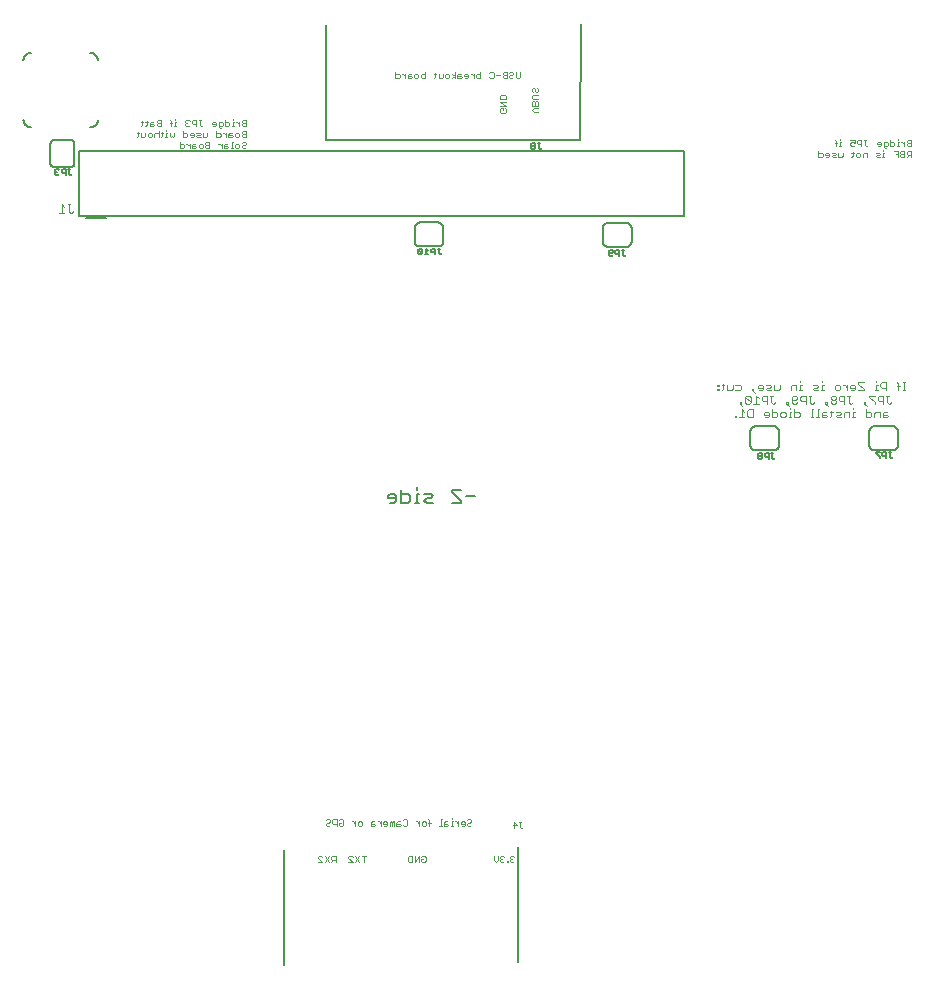
<source format=gbo>
G75*
%MOIN*%
%OFA0B0*%
%FSLAX25Y25*%
%IPPOS*%
%LPD*%
%AMOC8*
5,1,8,0,0,1.08239X$1,22.5*
%
%ADD10C,0.00600*%
%ADD11C,0.00300*%
%ADD12C,0.00800*%
%ADD13C,0.00500*%
%ADD14C,0.00400*%
D10*
X0173359Y0185638D02*
X0174827Y0185638D01*
X0175561Y0186372D01*
X0175561Y0187840D01*
X0174827Y0188573D01*
X0173359Y0188573D01*
X0172625Y0187840D01*
X0172625Y0187106D01*
X0175561Y0187106D01*
X0177229Y0188573D02*
X0179431Y0188573D01*
X0180165Y0187840D01*
X0180165Y0186372D01*
X0179431Y0185638D01*
X0177229Y0185638D01*
X0177229Y0190041D01*
X0182500Y0190041D02*
X0182500Y0190775D01*
X0182500Y0188573D02*
X0182500Y0185638D01*
X0183234Y0185638D02*
X0181766Y0185638D01*
X0182500Y0188573D02*
X0183234Y0188573D01*
X0184902Y0188573D02*
X0187104Y0188573D01*
X0187838Y0187840D01*
X0187104Y0187106D01*
X0185636Y0187106D01*
X0184902Y0186372D01*
X0185636Y0185638D01*
X0187838Y0185638D01*
X0194110Y0185638D02*
X0197046Y0185638D01*
X0197046Y0186372D01*
X0194110Y0189307D01*
X0194110Y0190041D01*
X0197046Y0190041D01*
X0198714Y0187840D02*
X0201650Y0187840D01*
X0068235Y0298728D02*
X0068235Y0305528D01*
X0068233Y0305588D01*
X0068228Y0305649D01*
X0068219Y0305708D01*
X0068206Y0305767D01*
X0068190Y0305826D01*
X0068170Y0305883D01*
X0068147Y0305938D01*
X0068120Y0305993D01*
X0068091Y0306045D01*
X0068058Y0306096D01*
X0068022Y0306145D01*
X0067984Y0306191D01*
X0067942Y0306235D01*
X0067898Y0306277D01*
X0067852Y0306315D01*
X0067803Y0306351D01*
X0067752Y0306384D01*
X0067700Y0306413D01*
X0067645Y0306440D01*
X0067590Y0306463D01*
X0067533Y0306483D01*
X0067474Y0306499D01*
X0067415Y0306512D01*
X0067356Y0306521D01*
X0067295Y0306526D01*
X0067235Y0306528D01*
X0061235Y0306528D01*
X0061175Y0306526D01*
X0061114Y0306521D01*
X0061055Y0306512D01*
X0060996Y0306499D01*
X0060937Y0306483D01*
X0060880Y0306463D01*
X0060825Y0306440D01*
X0060770Y0306413D01*
X0060718Y0306384D01*
X0060667Y0306351D01*
X0060618Y0306315D01*
X0060572Y0306277D01*
X0060528Y0306235D01*
X0060486Y0306191D01*
X0060448Y0306145D01*
X0060412Y0306096D01*
X0060379Y0306045D01*
X0060350Y0305993D01*
X0060323Y0305938D01*
X0060300Y0305883D01*
X0060280Y0305826D01*
X0060264Y0305767D01*
X0060251Y0305708D01*
X0060242Y0305649D01*
X0060237Y0305588D01*
X0060235Y0305528D01*
X0060235Y0298728D01*
X0060237Y0298668D01*
X0060242Y0298607D01*
X0060251Y0298548D01*
X0060264Y0298489D01*
X0060280Y0298430D01*
X0060300Y0298373D01*
X0060323Y0298318D01*
X0060350Y0298263D01*
X0060379Y0298211D01*
X0060412Y0298160D01*
X0060448Y0298111D01*
X0060486Y0298065D01*
X0060528Y0298021D01*
X0060572Y0297979D01*
X0060618Y0297941D01*
X0060667Y0297905D01*
X0060718Y0297872D01*
X0060770Y0297843D01*
X0060825Y0297816D01*
X0060880Y0297793D01*
X0060937Y0297773D01*
X0060996Y0297757D01*
X0061055Y0297744D01*
X0061114Y0297735D01*
X0061175Y0297730D01*
X0061235Y0297728D01*
X0067235Y0297728D01*
X0067295Y0297730D01*
X0067356Y0297735D01*
X0067415Y0297744D01*
X0067474Y0297757D01*
X0067533Y0297773D01*
X0067590Y0297793D01*
X0067645Y0297816D01*
X0067700Y0297843D01*
X0067752Y0297872D01*
X0067803Y0297905D01*
X0067852Y0297941D01*
X0067898Y0297979D01*
X0067942Y0298021D01*
X0067984Y0298065D01*
X0068022Y0298111D01*
X0068058Y0298160D01*
X0068091Y0298211D01*
X0068120Y0298263D01*
X0068147Y0298318D01*
X0068170Y0298373D01*
X0068190Y0298430D01*
X0068206Y0298489D01*
X0068219Y0298548D01*
X0068228Y0298607D01*
X0068233Y0298668D01*
X0068235Y0298728D01*
D11*
X0088958Y0307578D02*
X0089308Y0307928D01*
X0089308Y0309329D01*
X0089658Y0308979D02*
X0088958Y0308979D01*
X0090467Y0308979D02*
X0090467Y0307578D01*
X0091518Y0307578D01*
X0091868Y0307928D01*
X0091868Y0308979D01*
X0092677Y0308629D02*
X0093027Y0308979D01*
X0093728Y0308979D01*
X0094078Y0308629D01*
X0094078Y0307928D01*
X0093728Y0307578D01*
X0093027Y0307578D01*
X0092677Y0307928D01*
X0092677Y0308629D01*
X0094887Y0308629D02*
X0094887Y0307578D01*
X0094887Y0308629D02*
X0095237Y0308979D01*
X0095938Y0308979D01*
X0096288Y0308629D01*
X0097061Y0308979D02*
X0097761Y0308979D01*
X0097411Y0309329D02*
X0097411Y0307928D01*
X0097061Y0307578D01*
X0096288Y0307578D02*
X0096288Y0309679D01*
X0095974Y0311178D02*
X0097025Y0311178D01*
X0097025Y0313279D01*
X0095974Y0313279D01*
X0095623Y0312929D01*
X0095623Y0312579D01*
X0095974Y0312229D01*
X0097025Y0312229D01*
X0095974Y0312229D02*
X0095623Y0311878D01*
X0095623Y0311528D01*
X0095974Y0311178D01*
X0094815Y0311528D02*
X0094464Y0311878D01*
X0093414Y0311878D01*
X0093414Y0312229D02*
X0093414Y0311178D01*
X0094464Y0311178D01*
X0094815Y0311528D01*
X0094464Y0312579D02*
X0093764Y0312579D01*
X0093414Y0312229D01*
X0092605Y0312579D02*
X0091904Y0312579D01*
X0092255Y0312929D02*
X0092255Y0311528D01*
X0091904Y0311178D01*
X0090781Y0311528D02*
X0090431Y0311178D01*
X0090781Y0311528D02*
X0090781Y0312929D01*
X0090431Y0312579D02*
X0091132Y0312579D01*
X0098884Y0310030D02*
X0098884Y0309679D01*
X0098884Y0308979D02*
X0098884Y0307578D01*
X0099234Y0307578D02*
X0098534Y0307578D01*
X0098884Y0308979D02*
X0099234Y0308979D01*
X0100043Y0308979D02*
X0100043Y0307928D01*
X0100393Y0307578D01*
X0100744Y0307928D01*
X0101094Y0307578D01*
X0101444Y0307928D01*
X0101444Y0308979D01*
X0101480Y0311178D02*
X0102181Y0311178D01*
X0101831Y0311178D02*
X0101831Y0312579D01*
X0102181Y0312579D01*
X0101831Y0313279D02*
X0101831Y0313630D01*
X0100357Y0312929D02*
X0100357Y0311178D01*
X0100007Y0312229D02*
X0100708Y0312229D01*
X0100357Y0312929D02*
X0100007Y0313279D01*
X0104463Y0309679D02*
X0104463Y0307578D01*
X0105514Y0307578D01*
X0105864Y0307928D01*
X0105864Y0308629D01*
X0105514Y0308979D01*
X0104463Y0308979D01*
X0106673Y0308629D02*
X0106673Y0308278D01*
X0108074Y0308278D01*
X0108074Y0307928D02*
X0108074Y0308629D01*
X0107724Y0308979D01*
X0107023Y0308979D01*
X0106673Y0308629D01*
X0107023Y0307578D02*
X0107724Y0307578D01*
X0108074Y0307928D01*
X0108883Y0307928D02*
X0109233Y0307578D01*
X0110284Y0307578D01*
X0109934Y0308278D02*
X0110284Y0308629D01*
X0109934Y0308979D01*
X0108883Y0308979D01*
X0109233Y0308278D02*
X0109934Y0308278D01*
X0109233Y0308278D02*
X0108883Y0307928D01*
X0111093Y0307578D02*
X0111093Y0308979D01*
X0112494Y0308979D02*
X0112494Y0307928D01*
X0112143Y0307578D01*
X0111093Y0307578D01*
X0112180Y0306079D02*
X0111829Y0305729D01*
X0111829Y0305379D01*
X0112180Y0305029D01*
X0113230Y0305029D01*
X0113230Y0306079D02*
X0112180Y0306079D01*
X0113230Y0306079D02*
X0113230Y0303978D01*
X0112180Y0303978D01*
X0111829Y0304328D01*
X0111829Y0304678D01*
X0112180Y0305029D01*
X0111021Y0305029D02*
X0111021Y0304328D01*
X0110670Y0303978D01*
X0109970Y0303978D01*
X0109619Y0304328D01*
X0109619Y0305029D01*
X0109970Y0305379D01*
X0110670Y0305379D01*
X0111021Y0305029D01*
X0108811Y0304328D02*
X0108460Y0304678D01*
X0107409Y0304678D01*
X0107409Y0305029D02*
X0107409Y0303978D01*
X0108460Y0303978D01*
X0108811Y0304328D01*
X0108460Y0305379D02*
X0107760Y0305379D01*
X0107409Y0305029D01*
X0106601Y0305379D02*
X0106601Y0303978D01*
X0106601Y0304678D02*
X0105900Y0305379D01*
X0105550Y0305379D01*
X0104759Y0305029D02*
X0104409Y0305379D01*
X0103358Y0305379D01*
X0103358Y0306079D02*
X0103358Y0303978D01*
X0104409Y0303978D01*
X0104759Y0304328D01*
X0104759Y0305029D01*
X0105550Y0311178D02*
X0106250Y0311178D01*
X0106601Y0311528D01*
X0105900Y0312229D02*
X0105550Y0312229D01*
X0105200Y0311878D01*
X0105200Y0311528D01*
X0105550Y0311178D01*
X0105550Y0312229D02*
X0105200Y0312579D01*
X0105200Y0312929D01*
X0105550Y0313279D01*
X0106250Y0313279D01*
X0106601Y0312929D01*
X0107409Y0312929D02*
X0107409Y0312229D01*
X0107760Y0311878D01*
X0108811Y0311878D01*
X0108811Y0311178D02*
X0108811Y0313279D01*
X0107760Y0313279D01*
X0107409Y0312929D01*
X0109619Y0313279D02*
X0110320Y0313279D01*
X0109970Y0313279D02*
X0109970Y0311528D01*
X0110320Y0311178D01*
X0110670Y0311178D01*
X0111021Y0311528D01*
X0114039Y0311878D02*
X0115440Y0311878D01*
X0115440Y0311528D02*
X0115440Y0312229D01*
X0115090Y0312579D01*
X0114389Y0312579D01*
X0114039Y0312229D01*
X0114039Y0311878D01*
X0114389Y0311178D02*
X0115090Y0311178D01*
X0115440Y0311528D01*
X0116249Y0311178D02*
X0117300Y0311178D01*
X0117650Y0311528D01*
X0117650Y0312229D01*
X0117300Y0312579D01*
X0116249Y0312579D01*
X0116249Y0310827D01*
X0116599Y0310477D01*
X0116950Y0310477D01*
X0116563Y0308979D02*
X0115512Y0308979D01*
X0115512Y0309679D02*
X0115512Y0307578D01*
X0116563Y0307578D01*
X0116914Y0307928D01*
X0116914Y0308629D01*
X0116563Y0308979D01*
X0117704Y0308979D02*
X0118055Y0308979D01*
X0118755Y0308278D01*
X0118755Y0307578D02*
X0118755Y0308979D01*
X0119564Y0308629D02*
X0119564Y0307578D01*
X0120615Y0307578D01*
X0120965Y0307928D01*
X0120615Y0308278D01*
X0119564Y0308278D01*
X0119564Y0308629D02*
X0119914Y0308979D01*
X0120615Y0308979D01*
X0121774Y0308629D02*
X0122124Y0308979D01*
X0122825Y0308979D01*
X0123175Y0308629D01*
X0123175Y0307928D01*
X0122825Y0307578D01*
X0122124Y0307578D01*
X0121774Y0307928D01*
X0121774Y0308629D01*
X0123984Y0308979D02*
X0124334Y0308629D01*
X0125385Y0308629D01*
X0125385Y0309679D02*
X0124334Y0309679D01*
X0123984Y0309329D01*
X0123984Y0308979D01*
X0124334Y0308629D02*
X0123984Y0308278D01*
X0123984Y0307928D01*
X0124334Y0307578D01*
X0125385Y0307578D01*
X0125385Y0309679D01*
X0125385Y0311178D02*
X0124334Y0311178D01*
X0123984Y0311528D01*
X0123984Y0311878D01*
X0124334Y0312229D01*
X0125385Y0312229D01*
X0125385Y0313279D02*
X0124334Y0313279D01*
X0123984Y0312929D01*
X0123984Y0312579D01*
X0124334Y0312229D01*
X0123175Y0312579D02*
X0123175Y0311178D01*
X0123175Y0311878D02*
X0122474Y0312579D01*
X0122124Y0312579D01*
X0121333Y0312579D02*
X0120983Y0312579D01*
X0120983Y0311178D01*
X0121333Y0311178D02*
X0120633Y0311178D01*
X0119860Y0311528D02*
X0119860Y0312229D01*
X0119510Y0312579D01*
X0118459Y0312579D01*
X0118459Y0313279D02*
X0118459Y0311178D01*
X0119510Y0311178D01*
X0119860Y0311528D01*
X0120983Y0313279D02*
X0120983Y0313630D01*
X0125385Y0313279D02*
X0125385Y0311178D01*
X0125034Y0306079D02*
X0125385Y0305729D01*
X0125385Y0305379D01*
X0125034Y0305029D01*
X0124334Y0305029D01*
X0123984Y0304678D01*
X0123984Y0304328D01*
X0124334Y0303978D01*
X0125034Y0303978D01*
X0125385Y0304328D01*
X0125034Y0306079D02*
X0124334Y0306079D01*
X0123984Y0305729D01*
X0123175Y0305029D02*
X0123175Y0304328D01*
X0122825Y0303978D01*
X0122124Y0303978D01*
X0121774Y0304328D01*
X0121774Y0305029D01*
X0122124Y0305379D01*
X0122825Y0305379D01*
X0123175Y0305029D01*
X0120965Y0306079D02*
X0120615Y0306079D01*
X0120615Y0303978D01*
X0120965Y0303978D02*
X0120264Y0303978D01*
X0119492Y0304328D02*
X0119141Y0304678D01*
X0118091Y0304678D01*
X0118091Y0305029D02*
X0118091Y0303978D01*
X0119141Y0303978D01*
X0119492Y0304328D01*
X0119141Y0305379D02*
X0118441Y0305379D01*
X0118091Y0305029D01*
X0117282Y0305379D02*
X0117282Y0303978D01*
X0117282Y0304678D02*
X0116581Y0305379D01*
X0116231Y0305379D01*
X0175237Y0327278D02*
X0176288Y0327278D01*
X0176639Y0327628D01*
X0176639Y0328329D01*
X0176288Y0328679D01*
X0175237Y0328679D01*
X0175237Y0329379D02*
X0175237Y0327278D01*
X0177429Y0328679D02*
X0177780Y0328679D01*
X0178480Y0327978D01*
X0178480Y0327278D02*
X0178480Y0328679D01*
X0179289Y0328329D02*
X0179289Y0327278D01*
X0180340Y0327278D01*
X0180690Y0327628D01*
X0180340Y0327978D01*
X0179289Y0327978D01*
X0179289Y0328329D02*
X0179639Y0328679D01*
X0180340Y0328679D01*
X0181499Y0328329D02*
X0181849Y0328679D01*
X0182550Y0328679D01*
X0182900Y0328329D01*
X0182900Y0327628D01*
X0182550Y0327278D01*
X0181849Y0327278D01*
X0181499Y0327628D01*
X0181499Y0328329D01*
X0183709Y0328329D02*
X0184059Y0328679D01*
X0185110Y0328679D01*
X0185110Y0329379D02*
X0185110Y0327278D01*
X0184059Y0327278D01*
X0183709Y0327628D01*
X0183709Y0328329D01*
X0188092Y0328679D02*
X0188793Y0328679D01*
X0188443Y0329029D02*
X0188443Y0327628D01*
X0188092Y0327278D01*
X0189602Y0327278D02*
X0189602Y0328679D01*
X0191003Y0328679D02*
X0191003Y0327628D01*
X0190653Y0327278D01*
X0189602Y0327278D01*
X0191811Y0327628D02*
X0191811Y0328329D01*
X0192162Y0328679D01*
X0192862Y0328679D01*
X0193213Y0328329D01*
X0193213Y0327628D01*
X0192862Y0327278D01*
X0192162Y0327278D01*
X0191811Y0327628D01*
X0194003Y0327278D02*
X0195054Y0327978D01*
X0194003Y0328679D01*
X0195054Y0329379D02*
X0195054Y0327278D01*
X0195863Y0327278D02*
X0196914Y0327278D01*
X0197264Y0327628D01*
X0196914Y0327978D01*
X0195863Y0327978D01*
X0195863Y0328329D02*
X0195863Y0327278D01*
X0195863Y0328329D02*
X0196213Y0328679D01*
X0196914Y0328679D01*
X0198073Y0328329D02*
X0198073Y0327978D01*
X0199474Y0327978D01*
X0199474Y0327628D02*
X0199474Y0328329D01*
X0199124Y0328679D01*
X0198423Y0328679D01*
X0198073Y0328329D01*
X0198423Y0327278D02*
X0199124Y0327278D01*
X0199474Y0327628D01*
X0200265Y0328679D02*
X0200615Y0328679D01*
X0201316Y0327978D01*
X0201316Y0327278D02*
X0201316Y0328679D01*
X0202124Y0328329D02*
X0202475Y0328679D01*
X0203525Y0328679D01*
X0203525Y0329379D02*
X0203525Y0327278D01*
X0202475Y0327278D01*
X0202124Y0327628D01*
X0202124Y0328329D01*
X0206544Y0329029D02*
X0206894Y0329379D01*
X0207595Y0329379D01*
X0207945Y0329029D01*
X0207945Y0327628D01*
X0207595Y0327278D01*
X0206894Y0327278D01*
X0206544Y0327628D01*
X0208754Y0328329D02*
X0210155Y0328329D01*
X0210964Y0328679D02*
X0211314Y0328329D01*
X0212365Y0328329D01*
X0213174Y0327978D02*
X0213174Y0327628D01*
X0213524Y0327278D01*
X0214225Y0327278D01*
X0214575Y0327628D01*
X0214225Y0328329D02*
X0213524Y0328329D01*
X0213174Y0327978D01*
X0213174Y0329029D02*
X0213524Y0329379D01*
X0214225Y0329379D01*
X0214575Y0329029D01*
X0214575Y0328679D01*
X0214225Y0328329D01*
X0215384Y0327628D02*
X0215384Y0329379D01*
X0216785Y0329379D02*
X0216785Y0327628D01*
X0216434Y0327278D01*
X0215734Y0327278D01*
X0215384Y0327628D01*
X0212365Y0327278D02*
X0211314Y0327278D01*
X0210964Y0327628D01*
X0210964Y0327978D01*
X0211314Y0328329D01*
X0210964Y0328679D02*
X0210964Y0329029D01*
X0211314Y0329379D01*
X0212365Y0329379D01*
X0212365Y0327278D01*
X0211876Y0321564D02*
X0212227Y0321213D01*
X0212227Y0320162D01*
X0210125Y0320162D01*
X0210125Y0321213D01*
X0210475Y0321564D01*
X0211876Y0321564D01*
X0212227Y0319354D02*
X0210125Y0319354D01*
X0212227Y0317953D01*
X0210125Y0317953D01*
X0210475Y0317144D02*
X0211176Y0317144D01*
X0211176Y0316443D01*
X0211876Y0315743D02*
X0210475Y0315743D01*
X0210125Y0316093D01*
X0210125Y0316794D01*
X0210475Y0317144D01*
X0211876Y0317144D02*
X0212227Y0316794D01*
X0212227Y0316093D01*
X0211876Y0315743D01*
X0220725Y0316543D02*
X0221425Y0317244D01*
X0222827Y0317244D01*
X0222827Y0318053D02*
X0222827Y0319103D01*
X0222476Y0319454D01*
X0222126Y0319454D01*
X0221776Y0319103D01*
X0221776Y0318053D01*
X0221776Y0319103D02*
X0221425Y0319454D01*
X0221075Y0319454D01*
X0220725Y0319103D01*
X0220725Y0318053D01*
X0222827Y0318053D01*
X0222827Y0320262D02*
X0221075Y0320262D01*
X0220725Y0320613D01*
X0220725Y0321313D01*
X0221075Y0321664D01*
X0222827Y0321664D01*
X0222476Y0322472D02*
X0222126Y0322472D01*
X0221776Y0322823D01*
X0221776Y0323523D01*
X0221425Y0323873D01*
X0221075Y0323873D01*
X0220725Y0323523D01*
X0220725Y0322823D01*
X0221075Y0322472D01*
X0222476Y0322472D02*
X0222827Y0322823D01*
X0222827Y0323523D01*
X0222476Y0323873D01*
X0220725Y0316543D02*
X0221425Y0315843D01*
X0222827Y0315843D01*
X0282549Y0224979D02*
X0282549Y0224529D01*
X0282999Y0224529D01*
X0282999Y0224979D01*
X0282549Y0224979D01*
X0282549Y0223628D02*
X0282549Y0223178D01*
X0282999Y0223178D01*
X0282999Y0223628D01*
X0282549Y0223628D01*
X0283940Y0223178D02*
X0284390Y0223628D01*
X0284390Y0225430D01*
X0284841Y0224979D02*
X0283940Y0224979D01*
X0285801Y0224979D02*
X0285801Y0223178D01*
X0287152Y0223178D01*
X0287603Y0223628D01*
X0287603Y0224979D01*
X0288564Y0224979D02*
X0289915Y0224979D01*
X0290365Y0224529D01*
X0290365Y0223628D01*
X0289915Y0223178D01*
X0288564Y0223178D01*
X0291786Y0220930D02*
X0293588Y0219128D01*
X0293138Y0218678D01*
X0292237Y0218678D01*
X0291786Y0219128D01*
X0291786Y0220930D01*
X0292237Y0221380D01*
X0293138Y0221380D01*
X0293588Y0220930D01*
X0293588Y0219128D01*
X0294549Y0218678D02*
X0296350Y0218678D01*
X0295450Y0218678D02*
X0295450Y0221380D01*
X0296350Y0220479D01*
X0297311Y0220029D02*
X0297762Y0219578D01*
X0299113Y0219578D01*
X0299113Y0218678D02*
X0299113Y0221380D01*
X0297762Y0221380D01*
X0297311Y0220930D01*
X0297311Y0220029D01*
X0300073Y0221380D02*
X0300974Y0221380D01*
X0300524Y0221380D02*
X0300524Y0219128D01*
X0300974Y0218678D01*
X0301425Y0218678D01*
X0301875Y0219128D01*
X0300764Y0216880D02*
X0300764Y0214178D01*
X0302115Y0214178D01*
X0302566Y0214628D01*
X0302566Y0215529D01*
X0302115Y0215979D01*
X0300764Y0215979D01*
X0299803Y0215529D02*
X0299353Y0215979D01*
X0298452Y0215979D01*
X0298002Y0215529D01*
X0298002Y0215078D01*
X0299803Y0215078D01*
X0299803Y0214628D02*
X0299803Y0215529D01*
X0299803Y0214628D02*
X0299353Y0214178D01*
X0298452Y0214178D01*
X0294279Y0214178D02*
X0294279Y0216880D01*
X0292927Y0216880D01*
X0292477Y0216430D01*
X0292477Y0214628D01*
X0292927Y0214178D01*
X0294279Y0214178D01*
X0291516Y0214178D02*
X0289715Y0214178D01*
X0290615Y0214178D02*
X0290615Y0216880D01*
X0291516Y0215979D01*
X0290826Y0217777D02*
X0289925Y0218678D01*
X0290375Y0218678D01*
X0290375Y0219128D01*
X0289925Y0219128D01*
X0289925Y0218678D01*
X0288754Y0214628D02*
X0288303Y0214628D01*
X0288303Y0214178D01*
X0288754Y0214178D01*
X0288754Y0214628D01*
X0294969Y0222277D02*
X0294068Y0223178D01*
X0294519Y0223178D01*
X0294519Y0223628D01*
X0294068Y0223628D01*
X0294068Y0223178D01*
X0295930Y0224078D02*
X0297731Y0224078D01*
X0297731Y0223628D02*
X0297731Y0224529D01*
X0297281Y0224979D01*
X0296380Y0224979D01*
X0295930Y0224529D01*
X0295930Y0224078D01*
X0296380Y0223178D02*
X0297281Y0223178D01*
X0297731Y0223628D01*
X0298692Y0223628D02*
X0299143Y0224078D01*
X0300043Y0224078D01*
X0300494Y0224529D01*
X0300043Y0224979D01*
X0298692Y0224979D01*
X0298692Y0223628D02*
X0299143Y0223178D01*
X0300494Y0223178D01*
X0301455Y0223178D02*
X0301455Y0224979D01*
X0303256Y0224979D02*
X0303256Y0223628D01*
X0302806Y0223178D01*
X0301455Y0223178D01*
X0306979Y0223178D02*
X0306979Y0224529D01*
X0307430Y0224979D01*
X0308781Y0224979D01*
X0308781Y0223178D01*
X0309722Y0223178D02*
X0310622Y0223178D01*
X0310172Y0223178D02*
X0310172Y0224979D01*
X0310622Y0224979D01*
X0310172Y0225880D02*
X0310172Y0226330D01*
X0314346Y0224979D02*
X0315697Y0224979D01*
X0316147Y0224529D01*
X0315697Y0224078D01*
X0314796Y0224078D01*
X0314346Y0223628D01*
X0314796Y0223178D01*
X0316147Y0223178D01*
X0317088Y0223178D02*
X0317989Y0223178D01*
X0317538Y0223178D02*
X0317538Y0224979D01*
X0317989Y0224979D01*
X0317538Y0225880D02*
X0317538Y0226330D01*
X0321712Y0224529D02*
X0322162Y0224979D01*
X0323063Y0224979D01*
X0323513Y0224529D01*
X0323513Y0223628D01*
X0323063Y0223178D01*
X0322162Y0223178D01*
X0321712Y0223628D01*
X0321712Y0224529D01*
X0324464Y0224979D02*
X0324915Y0224979D01*
X0325815Y0224078D01*
X0325815Y0223178D02*
X0325815Y0224979D01*
X0326776Y0224529D02*
X0326776Y0224078D01*
X0328578Y0224078D01*
X0328578Y0223628D02*
X0328578Y0224529D01*
X0328127Y0224979D01*
X0327227Y0224979D01*
X0326776Y0224529D01*
X0327227Y0223178D02*
X0328127Y0223178D01*
X0328578Y0223628D01*
X0329539Y0223178D02*
X0331340Y0223178D01*
X0331340Y0223628D01*
X0329539Y0225430D01*
X0329539Y0225880D01*
X0331340Y0225880D01*
X0335494Y0225880D02*
X0335494Y0226330D01*
X0335494Y0224979D02*
X0335494Y0223178D01*
X0335944Y0223178D02*
X0335043Y0223178D01*
X0335023Y0221380D02*
X0333222Y0221380D01*
X0333222Y0220930D01*
X0335023Y0219128D01*
X0335023Y0218678D01*
X0335984Y0220029D02*
X0336434Y0219578D01*
X0337786Y0219578D01*
X0337786Y0218678D02*
X0337786Y0221380D01*
X0336434Y0221380D01*
X0335984Y0220930D01*
X0335984Y0220029D01*
X0338746Y0221380D02*
X0339647Y0221380D01*
X0339197Y0221380D02*
X0339197Y0219128D01*
X0339647Y0218678D01*
X0340098Y0218678D01*
X0340548Y0219128D01*
X0338947Y0215979D02*
X0338046Y0215979D01*
X0337595Y0215529D01*
X0337595Y0214178D01*
X0338947Y0214178D01*
X0339397Y0214628D01*
X0338947Y0215078D01*
X0337595Y0215078D01*
X0336635Y0214178D02*
X0336635Y0215979D01*
X0335283Y0215979D01*
X0334833Y0215529D01*
X0334833Y0214178D01*
X0333872Y0214628D02*
X0333872Y0215529D01*
X0333422Y0215979D01*
X0332071Y0215979D01*
X0332071Y0216880D02*
X0332071Y0214178D01*
X0333422Y0214178D01*
X0333872Y0214628D01*
X0332261Y0217777D02*
X0331360Y0218678D01*
X0331811Y0218678D01*
X0331811Y0219128D01*
X0331360Y0219128D01*
X0331360Y0218678D01*
X0327897Y0217330D02*
X0327897Y0216880D01*
X0327897Y0215979D02*
X0327897Y0214178D01*
X0327447Y0214178D02*
X0328348Y0214178D01*
X0328348Y0215979D02*
X0327897Y0215979D01*
X0326506Y0215979D02*
X0325155Y0215979D01*
X0324704Y0215529D01*
X0324704Y0214178D01*
X0323744Y0214178D02*
X0322392Y0214178D01*
X0321942Y0214628D01*
X0322392Y0215078D01*
X0323293Y0215078D01*
X0323744Y0215529D01*
X0323293Y0215979D01*
X0321942Y0215979D01*
X0320981Y0215979D02*
X0320081Y0215979D01*
X0320531Y0216430D02*
X0320531Y0214628D01*
X0320081Y0214178D01*
X0319140Y0214628D02*
X0318689Y0215078D01*
X0317338Y0215078D01*
X0317338Y0215529D02*
X0317338Y0214178D01*
X0318689Y0214178D01*
X0319140Y0214628D01*
X0318689Y0215979D02*
X0317789Y0215979D01*
X0317338Y0215529D01*
X0316377Y0216880D02*
X0315927Y0216880D01*
X0315927Y0214178D01*
X0316377Y0214178D02*
X0315477Y0214178D01*
X0314536Y0214178D02*
X0313635Y0214178D01*
X0314085Y0214178D02*
X0314085Y0216880D01*
X0314536Y0216880D01*
X0314316Y0218678D02*
X0313865Y0218678D01*
X0313415Y0219128D01*
X0313415Y0221380D01*
X0313865Y0221380D02*
X0312964Y0221380D01*
X0312004Y0221380D02*
X0310652Y0221380D01*
X0310202Y0220930D01*
X0310202Y0220029D01*
X0310652Y0219578D01*
X0312004Y0219578D01*
X0312004Y0218678D02*
X0312004Y0221380D01*
X0309241Y0220930D02*
X0309241Y0220479D01*
X0308791Y0220029D01*
X0307440Y0220029D01*
X0307440Y0220930D02*
X0307890Y0221380D01*
X0308791Y0221380D01*
X0309241Y0220930D01*
X0307440Y0220930D02*
X0307440Y0219128D01*
X0307890Y0218678D01*
X0308791Y0218678D01*
X0309241Y0219128D01*
X0308130Y0216880D02*
X0308130Y0214178D01*
X0309481Y0214178D01*
X0309932Y0214628D01*
X0309932Y0215529D01*
X0309481Y0215979D01*
X0308130Y0215979D01*
X0307170Y0215979D02*
X0306719Y0215979D01*
X0306719Y0214178D01*
X0306269Y0214178D02*
X0307170Y0214178D01*
X0305328Y0214628D02*
X0305328Y0215529D01*
X0304878Y0215979D01*
X0303977Y0215979D01*
X0303526Y0215529D01*
X0303526Y0214628D01*
X0303977Y0214178D01*
X0304878Y0214178D01*
X0305328Y0214628D01*
X0306719Y0216880D02*
X0306719Y0217330D01*
X0306479Y0217777D02*
X0305578Y0218678D01*
X0306029Y0218678D01*
X0306029Y0219128D01*
X0305578Y0219128D01*
X0305578Y0218678D01*
X0314316Y0218678D02*
X0314766Y0219128D01*
X0318469Y0219128D02*
X0318920Y0219128D01*
X0318920Y0218678D01*
X0318469Y0218678D01*
X0318469Y0219128D01*
X0318469Y0218678D02*
X0319370Y0217777D01*
X0320331Y0219128D02*
X0320781Y0218678D01*
X0321682Y0218678D01*
X0322132Y0219128D01*
X0322132Y0219578D01*
X0321682Y0220029D01*
X0320781Y0220029D01*
X0320331Y0219578D01*
X0320331Y0219128D01*
X0320781Y0220029D02*
X0320331Y0220479D01*
X0320331Y0220930D01*
X0320781Y0221380D01*
X0321682Y0221380D01*
X0322132Y0220930D01*
X0322132Y0220479D01*
X0321682Y0220029D01*
X0323093Y0220029D02*
X0323543Y0219578D01*
X0324895Y0219578D01*
X0324895Y0218678D02*
X0324895Y0221380D01*
X0323543Y0221380D01*
X0323093Y0220930D01*
X0323093Y0220029D01*
X0325855Y0221380D02*
X0326756Y0221380D01*
X0326306Y0221380D02*
X0326306Y0219128D01*
X0326756Y0218678D01*
X0327207Y0218678D01*
X0327657Y0219128D01*
X0326506Y0215979D02*
X0326506Y0214178D01*
X0335494Y0224979D02*
X0335944Y0224979D01*
X0336905Y0224529D02*
X0337355Y0224078D01*
X0338706Y0224078D01*
X0338706Y0223178D02*
X0338706Y0225880D01*
X0337355Y0225880D01*
X0336905Y0225430D01*
X0336905Y0224529D01*
X0342410Y0224529D02*
X0343310Y0224529D01*
X0342860Y0225430D02*
X0342410Y0225880D01*
X0342860Y0225430D02*
X0342860Y0223178D01*
X0344251Y0223178D02*
X0345152Y0223178D01*
X0344702Y0223178D02*
X0344702Y0225880D01*
X0345152Y0225880D02*
X0344251Y0225880D01*
X0343824Y0300878D02*
X0344875Y0300878D01*
X0344875Y0302979D01*
X0343824Y0302979D01*
X0343474Y0302629D01*
X0343474Y0302279D01*
X0343824Y0301929D01*
X0344875Y0301929D01*
X0345684Y0301929D02*
X0346034Y0301578D01*
X0347085Y0301578D01*
X0347085Y0300878D02*
X0347085Y0302979D01*
X0346034Y0302979D01*
X0345684Y0302629D01*
X0345684Y0301929D01*
X0346384Y0301578D02*
X0345684Y0300878D01*
X0343824Y0300878D02*
X0343474Y0301228D01*
X0343474Y0301578D01*
X0343824Y0301929D01*
X0342665Y0301929D02*
X0341964Y0301929D01*
X0341264Y0302979D02*
X0342665Y0302979D01*
X0342665Y0300878D01*
X0342683Y0304478D02*
X0342683Y0305879D01*
X0343033Y0305879D01*
X0342683Y0306579D02*
X0342683Y0306930D01*
X0343824Y0305879D02*
X0344174Y0305879D01*
X0344875Y0305178D01*
X0344875Y0304478D02*
X0344875Y0305879D01*
X0345684Y0305879D02*
X0346034Y0305529D01*
X0347085Y0305529D01*
X0347085Y0306579D02*
X0346034Y0306579D01*
X0345684Y0306229D01*
X0345684Y0305879D01*
X0346034Y0305529D02*
X0345684Y0305178D01*
X0345684Y0304828D01*
X0346034Y0304478D01*
X0347085Y0304478D01*
X0347085Y0306579D01*
X0343033Y0304478D02*
X0342333Y0304478D01*
X0341560Y0304828D02*
X0341560Y0305529D01*
X0341210Y0305879D01*
X0340159Y0305879D01*
X0340159Y0306579D02*
X0340159Y0304478D01*
X0341210Y0304478D01*
X0341560Y0304828D01*
X0339350Y0304828D02*
X0339000Y0304478D01*
X0337949Y0304478D01*
X0337949Y0304127D02*
X0337949Y0305879D01*
X0339000Y0305879D01*
X0339350Y0305529D01*
X0339350Y0304828D01*
X0338650Y0303777D02*
X0338299Y0303777D01*
X0337949Y0304127D01*
X0337895Y0303330D02*
X0337895Y0302979D01*
X0337895Y0302279D02*
X0337895Y0300878D01*
X0338245Y0300878D02*
X0337545Y0300878D01*
X0336772Y0300878D02*
X0335721Y0300878D01*
X0335371Y0301228D01*
X0335721Y0301578D01*
X0336422Y0301578D01*
X0336772Y0301929D01*
X0336422Y0302279D01*
X0335371Y0302279D01*
X0336089Y0304478D02*
X0336790Y0304478D01*
X0337140Y0304828D01*
X0337140Y0305529D01*
X0336790Y0305879D01*
X0336089Y0305879D01*
X0335739Y0305529D01*
X0335739Y0305178D01*
X0337140Y0305178D01*
X0337895Y0302279D02*
X0338245Y0302279D01*
X0332352Y0302279D02*
X0331301Y0302279D01*
X0330951Y0301929D01*
X0330951Y0300878D01*
X0330142Y0301228D02*
X0329792Y0300878D01*
X0329091Y0300878D01*
X0328741Y0301228D01*
X0328741Y0301929D01*
X0329091Y0302279D01*
X0329792Y0302279D01*
X0330142Y0301929D01*
X0330142Y0301228D01*
X0332352Y0300878D02*
X0332352Y0302279D01*
X0332370Y0304478D02*
X0332020Y0304478D01*
X0331670Y0304828D01*
X0331670Y0306579D01*
X0332020Y0306579D02*
X0331319Y0306579D01*
X0330511Y0306579D02*
X0329460Y0306579D01*
X0329109Y0306229D01*
X0329109Y0305529D01*
X0329460Y0305178D01*
X0330511Y0305178D01*
X0330511Y0304478D02*
X0330511Y0306579D01*
X0328301Y0306579D02*
X0328301Y0305529D01*
X0327600Y0305879D01*
X0327250Y0305879D01*
X0326900Y0305529D01*
X0326900Y0304828D01*
X0327250Y0304478D01*
X0327950Y0304478D01*
X0328301Y0304828D01*
X0328301Y0306579D02*
X0326900Y0306579D01*
X0323881Y0305879D02*
X0323531Y0305879D01*
X0323531Y0304478D01*
X0323881Y0304478D02*
X0323180Y0304478D01*
X0322057Y0304478D02*
X0322057Y0306229D01*
X0321707Y0306579D01*
X0321707Y0305529D02*
X0322408Y0305529D01*
X0323531Y0306579D02*
X0323531Y0306930D01*
X0322848Y0302279D02*
X0322848Y0300878D01*
X0323899Y0300878D01*
X0324249Y0301228D01*
X0324249Y0302279D01*
X0322039Y0301929D02*
X0321689Y0302279D01*
X0320638Y0302279D01*
X0320989Y0301578D02*
X0321689Y0301578D01*
X0322039Y0301929D01*
X0322039Y0300878D02*
X0320989Y0300878D01*
X0320638Y0301228D01*
X0320989Y0301578D01*
X0319830Y0301578D02*
X0318428Y0301578D01*
X0318428Y0301929D01*
X0318779Y0302279D01*
X0319479Y0302279D01*
X0319830Y0301929D01*
X0319830Y0301228D01*
X0319479Y0300878D01*
X0318779Y0300878D01*
X0317620Y0301228D02*
X0317620Y0301929D01*
X0317269Y0302279D01*
X0316218Y0302279D01*
X0316218Y0302979D02*
X0316218Y0300878D01*
X0317269Y0300878D01*
X0317620Y0301228D01*
X0327232Y0300878D02*
X0327582Y0301228D01*
X0327582Y0302629D01*
X0327932Y0302279D02*
X0327232Y0302279D01*
X0332370Y0304478D02*
X0332721Y0304828D01*
X0217204Y0079279D02*
X0216503Y0079279D01*
X0216854Y0079279D02*
X0216854Y0077528D01*
X0217204Y0077178D01*
X0217554Y0077178D01*
X0217905Y0077528D01*
X0215695Y0078229D02*
X0214293Y0078229D01*
X0214644Y0079279D02*
X0215695Y0078229D01*
X0214644Y0079279D02*
X0214644Y0077178D01*
X0214500Y0068047D02*
X0213799Y0068047D01*
X0213449Y0067696D01*
X0213449Y0067346D01*
X0213799Y0066996D01*
X0213449Y0066645D01*
X0213449Y0066295D01*
X0213799Y0065945D01*
X0214500Y0065945D01*
X0214850Y0066295D01*
X0214149Y0066996D02*
X0213799Y0066996D01*
X0214850Y0067696D02*
X0214500Y0068047D01*
X0212640Y0066295D02*
X0212290Y0066295D01*
X0212290Y0065945D01*
X0212640Y0065945D01*
X0212640Y0066295D01*
X0211535Y0066295D02*
X0211185Y0065945D01*
X0210484Y0065945D01*
X0210134Y0066295D01*
X0210134Y0066645D01*
X0210484Y0066996D01*
X0210834Y0066996D01*
X0210484Y0066996D02*
X0210134Y0067346D01*
X0210134Y0067696D01*
X0210484Y0068047D01*
X0211185Y0068047D01*
X0211535Y0067696D01*
X0209325Y0068047D02*
X0209325Y0066645D01*
X0208625Y0065945D01*
X0207924Y0066645D01*
X0207924Y0068047D01*
X0200200Y0078045D02*
X0200550Y0078395D01*
X0200200Y0078045D02*
X0199499Y0078045D01*
X0199149Y0078395D01*
X0199149Y0078745D01*
X0199499Y0079096D01*
X0200200Y0079096D01*
X0200550Y0079446D01*
X0200550Y0079796D01*
X0200200Y0080147D01*
X0199499Y0080147D01*
X0199149Y0079796D01*
X0198340Y0079096D02*
X0197990Y0079446D01*
X0197289Y0079446D01*
X0196939Y0079096D01*
X0196939Y0078745D01*
X0198340Y0078745D01*
X0198340Y0078395D02*
X0198340Y0079096D01*
X0198340Y0078395D02*
X0197990Y0078045D01*
X0197289Y0078045D01*
X0196130Y0078045D02*
X0196130Y0079446D01*
X0195430Y0079446D02*
X0195079Y0079446D01*
X0195430Y0079446D02*
X0196130Y0078745D01*
X0194289Y0078045D02*
X0193588Y0078045D01*
X0193938Y0078045D02*
X0193938Y0079446D01*
X0194289Y0079446D01*
X0193938Y0080147D02*
X0193938Y0080497D01*
X0192465Y0079446D02*
X0191764Y0079446D01*
X0191414Y0079096D01*
X0191414Y0078045D01*
X0192465Y0078045D01*
X0192815Y0078395D01*
X0192465Y0078745D01*
X0191414Y0078745D01*
X0190605Y0078045D02*
X0189905Y0078045D01*
X0190255Y0078045D02*
X0190255Y0080147D01*
X0190605Y0080147D01*
X0186922Y0079096D02*
X0186222Y0079096D01*
X0185449Y0079096D02*
X0185449Y0078395D01*
X0185099Y0078045D01*
X0184398Y0078045D01*
X0184048Y0078395D01*
X0184048Y0079096D01*
X0184398Y0079446D01*
X0185099Y0079446D01*
X0185449Y0079096D01*
X0186222Y0080147D02*
X0186572Y0079796D01*
X0186572Y0078045D01*
X0183239Y0078045D02*
X0183239Y0079446D01*
X0182539Y0079446D02*
X0182188Y0079446D01*
X0182539Y0079446D02*
X0183239Y0078745D01*
X0179188Y0078395D02*
X0178837Y0078045D01*
X0178137Y0078045D01*
X0177787Y0078395D01*
X0176978Y0078395D02*
X0176628Y0078745D01*
X0175577Y0078745D01*
X0175577Y0079096D02*
X0175577Y0078045D01*
X0176628Y0078045D01*
X0176978Y0078395D01*
X0176628Y0079446D02*
X0175927Y0079446D01*
X0175577Y0079096D01*
X0174768Y0079446D02*
X0174418Y0079446D01*
X0174067Y0079096D01*
X0173717Y0079446D01*
X0173367Y0079096D01*
X0173367Y0078045D01*
X0174067Y0078045D02*
X0174067Y0079096D01*
X0174768Y0079446D02*
X0174768Y0078045D01*
X0172558Y0078395D02*
X0172558Y0079096D01*
X0172208Y0079446D01*
X0171507Y0079446D01*
X0171157Y0079096D01*
X0171157Y0078745D01*
X0172558Y0078745D01*
X0172558Y0078395D02*
X0172208Y0078045D01*
X0171507Y0078045D01*
X0170348Y0078045D02*
X0170348Y0079446D01*
X0169648Y0079446D02*
X0169297Y0079446D01*
X0169648Y0079446D02*
X0170348Y0078745D01*
X0168507Y0078395D02*
X0168156Y0078745D01*
X0167105Y0078745D01*
X0167105Y0079096D02*
X0167105Y0078045D01*
X0168156Y0078045D01*
X0168507Y0078395D01*
X0168156Y0079446D02*
X0167456Y0079446D01*
X0167105Y0079096D01*
X0164087Y0079096D02*
X0164087Y0078395D01*
X0163737Y0078045D01*
X0163036Y0078045D01*
X0162686Y0078395D01*
X0162686Y0079096D01*
X0163036Y0079446D01*
X0163737Y0079446D01*
X0164087Y0079096D01*
X0161877Y0079446D02*
X0161877Y0078045D01*
X0161877Y0078745D02*
X0161176Y0079446D01*
X0160826Y0079446D01*
X0157826Y0079796D02*
X0157826Y0078395D01*
X0157475Y0078045D01*
X0156775Y0078045D01*
X0156424Y0078395D01*
X0156424Y0079096D01*
X0157125Y0079096D01*
X0157826Y0079796D02*
X0157475Y0080147D01*
X0156775Y0080147D01*
X0156424Y0079796D01*
X0155616Y0080147D02*
X0154565Y0080147D01*
X0154214Y0079796D01*
X0154214Y0079096D01*
X0154565Y0078745D01*
X0155616Y0078745D01*
X0155616Y0078045D02*
X0155616Y0080147D01*
X0153406Y0079796D02*
X0153406Y0079446D01*
X0153055Y0079096D01*
X0152355Y0079096D01*
X0152005Y0078745D01*
X0152005Y0078395D01*
X0152355Y0078045D01*
X0153055Y0078045D01*
X0153406Y0078395D01*
X0153406Y0079796D02*
X0153055Y0080147D01*
X0152355Y0080147D01*
X0152005Y0079796D01*
X0151639Y0068047D02*
X0153040Y0065945D01*
X0153849Y0065945D02*
X0154549Y0066645D01*
X0154199Y0066645D02*
X0155250Y0066645D01*
X0155250Y0065945D02*
X0155250Y0068047D01*
X0154199Y0068047D01*
X0153849Y0067696D01*
X0153849Y0066996D01*
X0154199Y0066645D01*
X0153040Y0068047D02*
X0151639Y0065945D01*
X0150830Y0065945D02*
X0149429Y0067346D01*
X0149429Y0067696D01*
X0149779Y0068047D01*
X0150480Y0068047D01*
X0150830Y0067696D01*
X0150830Y0065945D02*
X0149429Y0065945D01*
X0159529Y0065845D02*
X0160930Y0065845D01*
X0159529Y0067246D01*
X0159529Y0067596D01*
X0159879Y0067947D01*
X0160580Y0067947D01*
X0160930Y0067596D01*
X0161739Y0067947D02*
X0163140Y0065845D01*
X0161739Y0065845D02*
X0163140Y0067947D01*
X0163949Y0067947D02*
X0165350Y0067947D01*
X0164649Y0067947D02*
X0164649Y0065845D01*
X0179429Y0066195D02*
X0179429Y0067596D01*
X0179779Y0067947D01*
X0180830Y0067947D01*
X0180830Y0065845D01*
X0179779Y0065845D01*
X0179429Y0066195D01*
X0181639Y0065845D02*
X0181639Y0067947D01*
X0183040Y0067947D02*
X0181639Y0065845D01*
X0183040Y0065845D02*
X0183040Y0067947D01*
X0183849Y0067596D02*
X0184199Y0067947D01*
X0184900Y0067947D01*
X0185250Y0067596D01*
X0185250Y0066195D01*
X0184900Y0065845D01*
X0184199Y0065845D01*
X0183849Y0066195D01*
X0183849Y0066896D01*
X0184549Y0066896D01*
X0179188Y0078395D02*
X0179188Y0079796D01*
X0178837Y0080147D01*
X0178137Y0080147D01*
X0177787Y0079796D01*
D12*
X0138135Y0070028D02*
X0138135Y0031528D01*
X0216135Y0032528D02*
X0216135Y0071028D01*
X0295335Y0203228D02*
X0301335Y0203228D01*
X0301418Y0203230D01*
X0301501Y0203236D01*
X0301584Y0203245D01*
X0301666Y0203259D01*
X0301747Y0203276D01*
X0301828Y0203297D01*
X0301907Y0203321D01*
X0301985Y0203350D01*
X0302062Y0203381D01*
X0302137Y0203417D01*
X0302211Y0203455D01*
X0302283Y0203498D01*
X0302352Y0203543D01*
X0302420Y0203592D01*
X0302485Y0203643D01*
X0302548Y0203698D01*
X0302608Y0203755D01*
X0302665Y0203815D01*
X0302720Y0203878D01*
X0302771Y0203943D01*
X0302820Y0204011D01*
X0302865Y0204080D01*
X0302908Y0204152D01*
X0302946Y0204226D01*
X0302982Y0204301D01*
X0303013Y0204378D01*
X0303042Y0204456D01*
X0303066Y0204535D01*
X0303087Y0204616D01*
X0303104Y0204697D01*
X0303118Y0204779D01*
X0303127Y0204862D01*
X0303133Y0204945D01*
X0303135Y0205028D01*
X0303135Y0209428D01*
X0303133Y0209511D01*
X0303127Y0209594D01*
X0303118Y0209677D01*
X0303104Y0209759D01*
X0303087Y0209840D01*
X0303066Y0209921D01*
X0303042Y0210000D01*
X0303013Y0210078D01*
X0302982Y0210155D01*
X0302946Y0210230D01*
X0302908Y0210304D01*
X0302865Y0210376D01*
X0302820Y0210445D01*
X0302771Y0210513D01*
X0302720Y0210578D01*
X0302665Y0210641D01*
X0302608Y0210701D01*
X0302548Y0210758D01*
X0302485Y0210813D01*
X0302420Y0210864D01*
X0302352Y0210913D01*
X0302283Y0210958D01*
X0302211Y0211001D01*
X0302137Y0211039D01*
X0302062Y0211075D01*
X0301985Y0211106D01*
X0301907Y0211135D01*
X0301828Y0211159D01*
X0301747Y0211180D01*
X0301666Y0211197D01*
X0301584Y0211211D01*
X0301501Y0211220D01*
X0301418Y0211226D01*
X0301335Y0211228D01*
X0295335Y0211228D01*
X0295252Y0211226D01*
X0295169Y0211220D01*
X0295086Y0211211D01*
X0295004Y0211197D01*
X0294923Y0211180D01*
X0294842Y0211159D01*
X0294763Y0211135D01*
X0294685Y0211106D01*
X0294608Y0211075D01*
X0294533Y0211039D01*
X0294459Y0211001D01*
X0294387Y0210958D01*
X0294318Y0210913D01*
X0294250Y0210864D01*
X0294185Y0210813D01*
X0294122Y0210758D01*
X0294062Y0210701D01*
X0294005Y0210641D01*
X0293950Y0210578D01*
X0293899Y0210513D01*
X0293850Y0210445D01*
X0293805Y0210376D01*
X0293762Y0210304D01*
X0293724Y0210230D01*
X0293688Y0210155D01*
X0293657Y0210078D01*
X0293628Y0210000D01*
X0293604Y0209921D01*
X0293583Y0209840D01*
X0293566Y0209759D01*
X0293552Y0209677D01*
X0293543Y0209594D01*
X0293537Y0209511D01*
X0293535Y0209428D01*
X0293535Y0205028D01*
X0293537Y0204945D01*
X0293543Y0204862D01*
X0293552Y0204779D01*
X0293566Y0204697D01*
X0293583Y0204616D01*
X0293604Y0204535D01*
X0293628Y0204456D01*
X0293657Y0204378D01*
X0293688Y0204301D01*
X0293724Y0204226D01*
X0293762Y0204152D01*
X0293805Y0204080D01*
X0293850Y0204011D01*
X0293899Y0203943D01*
X0293950Y0203878D01*
X0294005Y0203815D01*
X0294062Y0203755D01*
X0294122Y0203698D01*
X0294185Y0203643D01*
X0294250Y0203592D01*
X0294318Y0203543D01*
X0294387Y0203498D01*
X0294459Y0203455D01*
X0294533Y0203417D01*
X0294608Y0203381D01*
X0294685Y0203350D01*
X0294763Y0203321D01*
X0294842Y0203297D01*
X0294923Y0203276D01*
X0295004Y0203259D01*
X0295086Y0203245D01*
X0295169Y0203236D01*
X0295252Y0203230D01*
X0295335Y0203228D01*
X0333135Y0205028D02*
X0333135Y0209428D01*
X0333137Y0209511D01*
X0333143Y0209594D01*
X0333152Y0209677D01*
X0333166Y0209759D01*
X0333183Y0209840D01*
X0333204Y0209921D01*
X0333228Y0210000D01*
X0333257Y0210078D01*
X0333288Y0210155D01*
X0333324Y0210230D01*
X0333362Y0210304D01*
X0333405Y0210376D01*
X0333450Y0210445D01*
X0333499Y0210513D01*
X0333550Y0210578D01*
X0333605Y0210641D01*
X0333662Y0210701D01*
X0333722Y0210758D01*
X0333785Y0210813D01*
X0333850Y0210864D01*
X0333918Y0210913D01*
X0333987Y0210958D01*
X0334059Y0211001D01*
X0334133Y0211039D01*
X0334208Y0211075D01*
X0334285Y0211106D01*
X0334363Y0211135D01*
X0334442Y0211159D01*
X0334523Y0211180D01*
X0334604Y0211197D01*
X0334686Y0211211D01*
X0334769Y0211220D01*
X0334852Y0211226D01*
X0334935Y0211228D01*
X0340935Y0211228D01*
X0341018Y0211226D01*
X0341101Y0211220D01*
X0341184Y0211211D01*
X0341266Y0211197D01*
X0341347Y0211180D01*
X0341428Y0211159D01*
X0341507Y0211135D01*
X0341585Y0211106D01*
X0341662Y0211075D01*
X0341737Y0211039D01*
X0341811Y0211001D01*
X0341883Y0210958D01*
X0341952Y0210913D01*
X0342020Y0210864D01*
X0342085Y0210813D01*
X0342148Y0210758D01*
X0342208Y0210701D01*
X0342265Y0210641D01*
X0342320Y0210578D01*
X0342371Y0210513D01*
X0342420Y0210445D01*
X0342465Y0210376D01*
X0342508Y0210304D01*
X0342546Y0210230D01*
X0342582Y0210155D01*
X0342613Y0210078D01*
X0342642Y0210000D01*
X0342666Y0209921D01*
X0342687Y0209840D01*
X0342704Y0209759D01*
X0342718Y0209677D01*
X0342727Y0209594D01*
X0342733Y0209511D01*
X0342735Y0209428D01*
X0342735Y0205028D01*
X0342733Y0204945D01*
X0342727Y0204862D01*
X0342718Y0204779D01*
X0342704Y0204697D01*
X0342687Y0204616D01*
X0342666Y0204535D01*
X0342642Y0204456D01*
X0342613Y0204378D01*
X0342582Y0204301D01*
X0342546Y0204226D01*
X0342508Y0204152D01*
X0342465Y0204080D01*
X0342420Y0204011D01*
X0342371Y0203943D01*
X0342320Y0203878D01*
X0342265Y0203815D01*
X0342208Y0203755D01*
X0342148Y0203698D01*
X0342085Y0203643D01*
X0342020Y0203592D01*
X0341952Y0203543D01*
X0341883Y0203498D01*
X0341811Y0203455D01*
X0341737Y0203417D01*
X0341662Y0203381D01*
X0341585Y0203350D01*
X0341507Y0203321D01*
X0341428Y0203297D01*
X0341347Y0203276D01*
X0341266Y0203259D01*
X0341184Y0203245D01*
X0341101Y0203236D01*
X0341018Y0203230D01*
X0340935Y0203228D01*
X0334935Y0203228D01*
X0334852Y0203230D01*
X0334769Y0203236D01*
X0334686Y0203245D01*
X0334604Y0203259D01*
X0334523Y0203276D01*
X0334442Y0203297D01*
X0334363Y0203321D01*
X0334285Y0203350D01*
X0334208Y0203381D01*
X0334133Y0203417D01*
X0334059Y0203455D01*
X0333987Y0203498D01*
X0333918Y0203543D01*
X0333850Y0203592D01*
X0333785Y0203643D01*
X0333722Y0203698D01*
X0333662Y0203755D01*
X0333605Y0203815D01*
X0333550Y0203878D01*
X0333499Y0203943D01*
X0333450Y0204011D01*
X0333405Y0204080D01*
X0333362Y0204152D01*
X0333324Y0204226D01*
X0333288Y0204301D01*
X0333257Y0204378D01*
X0333228Y0204456D01*
X0333204Y0204535D01*
X0333183Y0204616D01*
X0333166Y0204697D01*
X0333152Y0204779D01*
X0333143Y0204862D01*
X0333137Y0204945D01*
X0333135Y0205028D01*
X0253935Y0272828D02*
X0253935Y0277228D01*
X0253933Y0277311D01*
X0253927Y0277394D01*
X0253918Y0277477D01*
X0253904Y0277559D01*
X0253887Y0277640D01*
X0253866Y0277721D01*
X0253842Y0277800D01*
X0253813Y0277878D01*
X0253782Y0277955D01*
X0253746Y0278030D01*
X0253708Y0278104D01*
X0253665Y0278176D01*
X0253620Y0278245D01*
X0253571Y0278313D01*
X0253520Y0278378D01*
X0253465Y0278441D01*
X0253408Y0278501D01*
X0253348Y0278558D01*
X0253285Y0278613D01*
X0253220Y0278664D01*
X0253152Y0278713D01*
X0253083Y0278758D01*
X0253011Y0278801D01*
X0252937Y0278839D01*
X0252862Y0278875D01*
X0252785Y0278906D01*
X0252707Y0278935D01*
X0252628Y0278959D01*
X0252547Y0278980D01*
X0252466Y0278997D01*
X0252384Y0279011D01*
X0252301Y0279020D01*
X0252218Y0279026D01*
X0252135Y0279028D01*
X0246135Y0279028D01*
X0246052Y0279026D01*
X0245969Y0279020D01*
X0245886Y0279011D01*
X0245804Y0278997D01*
X0245723Y0278980D01*
X0245642Y0278959D01*
X0245563Y0278935D01*
X0245485Y0278906D01*
X0245408Y0278875D01*
X0245333Y0278839D01*
X0245259Y0278801D01*
X0245187Y0278758D01*
X0245118Y0278713D01*
X0245050Y0278664D01*
X0244985Y0278613D01*
X0244922Y0278558D01*
X0244862Y0278501D01*
X0244805Y0278441D01*
X0244750Y0278378D01*
X0244699Y0278313D01*
X0244650Y0278245D01*
X0244605Y0278176D01*
X0244562Y0278104D01*
X0244524Y0278030D01*
X0244488Y0277955D01*
X0244457Y0277878D01*
X0244428Y0277800D01*
X0244404Y0277721D01*
X0244383Y0277640D01*
X0244366Y0277559D01*
X0244352Y0277477D01*
X0244343Y0277394D01*
X0244337Y0277311D01*
X0244335Y0277228D01*
X0244335Y0272828D01*
X0244337Y0272745D01*
X0244343Y0272662D01*
X0244352Y0272579D01*
X0244366Y0272497D01*
X0244383Y0272416D01*
X0244404Y0272335D01*
X0244428Y0272256D01*
X0244457Y0272178D01*
X0244488Y0272101D01*
X0244524Y0272026D01*
X0244562Y0271952D01*
X0244605Y0271880D01*
X0244650Y0271811D01*
X0244699Y0271743D01*
X0244750Y0271678D01*
X0244805Y0271615D01*
X0244862Y0271555D01*
X0244922Y0271498D01*
X0244985Y0271443D01*
X0245050Y0271392D01*
X0245118Y0271343D01*
X0245187Y0271298D01*
X0245259Y0271255D01*
X0245333Y0271217D01*
X0245408Y0271181D01*
X0245485Y0271150D01*
X0245563Y0271121D01*
X0245642Y0271097D01*
X0245723Y0271076D01*
X0245804Y0271059D01*
X0245886Y0271045D01*
X0245969Y0271036D01*
X0246052Y0271030D01*
X0246135Y0271028D01*
X0252135Y0271028D01*
X0252218Y0271030D01*
X0252301Y0271036D01*
X0252384Y0271045D01*
X0252466Y0271059D01*
X0252547Y0271076D01*
X0252628Y0271097D01*
X0252707Y0271121D01*
X0252785Y0271150D01*
X0252862Y0271181D01*
X0252937Y0271217D01*
X0253011Y0271255D01*
X0253083Y0271298D01*
X0253152Y0271343D01*
X0253220Y0271392D01*
X0253285Y0271443D01*
X0253348Y0271498D01*
X0253408Y0271555D01*
X0253465Y0271615D01*
X0253520Y0271678D01*
X0253571Y0271743D01*
X0253620Y0271811D01*
X0253665Y0271880D01*
X0253708Y0271952D01*
X0253746Y0272026D01*
X0253782Y0272101D01*
X0253813Y0272178D01*
X0253842Y0272256D01*
X0253866Y0272335D01*
X0253887Y0272416D01*
X0253904Y0272497D01*
X0253918Y0272579D01*
X0253927Y0272662D01*
X0253933Y0272745D01*
X0253935Y0272828D01*
X0236735Y0306528D02*
X0236935Y0345128D01*
X0236735Y0306528D02*
X0152435Y0306628D01*
X0152135Y0306528D02*
X0152135Y0345028D01*
X0183435Y0279128D02*
X0189435Y0279128D01*
X0189518Y0279126D01*
X0189601Y0279120D01*
X0189684Y0279111D01*
X0189766Y0279097D01*
X0189847Y0279080D01*
X0189928Y0279059D01*
X0190007Y0279035D01*
X0190085Y0279006D01*
X0190162Y0278975D01*
X0190237Y0278939D01*
X0190311Y0278901D01*
X0190383Y0278858D01*
X0190452Y0278813D01*
X0190520Y0278764D01*
X0190585Y0278713D01*
X0190648Y0278658D01*
X0190708Y0278601D01*
X0190765Y0278541D01*
X0190820Y0278478D01*
X0190871Y0278413D01*
X0190920Y0278345D01*
X0190965Y0278276D01*
X0191008Y0278204D01*
X0191046Y0278130D01*
X0191082Y0278055D01*
X0191113Y0277978D01*
X0191142Y0277900D01*
X0191166Y0277821D01*
X0191187Y0277740D01*
X0191204Y0277659D01*
X0191218Y0277577D01*
X0191227Y0277494D01*
X0191233Y0277411D01*
X0191235Y0277328D01*
X0191235Y0272928D01*
X0191233Y0272845D01*
X0191227Y0272762D01*
X0191218Y0272679D01*
X0191204Y0272597D01*
X0191187Y0272516D01*
X0191166Y0272435D01*
X0191142Y0272356D01*
X0191113Y0272278D01*
X0191082Y0272201D01*
X0191046Y0272126D01*
X0191008Y0272052D01*
X0190965Y0271980D01*
X0190920Y0271911D01*
X0190871Y0271843D01*
X0190820Y0271778D01*
X0190765Y0271715D01*
X0190708Y0271655D01*
X0190648Y0271598D01*
X0190585Y0271543D01*
X0190520Y0271492D01*
X0190452Y0271443D01*
X0190383Y0271398D01*
X0190311Y0271355D01*
X0190237Y0271317D01*
X0190162Y0271281D01*
X0190085Y0271250D01*
X0190007Y0271221D01*
X0189928Y0271197D01*
X0189847Y0271176D01*
X0189766Y0271159D01*
X0189684Y0271145D01*
X0189601Y0271136D01*
X0189518Y0271130D01*
X0189435Y0271128D01*
X0183435Y0271128D01*
X0183352Y0271130D01*
X0183269Y0271136D01*
X0183186Y0271145D01*
X0183104Y0271159D01*
X0183023Y0271176D01*
X0182942Y0271197D01*
X0182863Y0271221D01*
X0182785Y0271250D01*
X0182708Y0271281D01*
X0182633Y0271317D01*
X0182559Y0271355D01*
X0182487Y0271398D01*
X0182418Y0271443D01*
X0182350Y0271492D01*
X0182285Y0271543D01*
X0182222Y0271598D01*
X0182162Y0271655D01*
X0182105Y0271715D01*
X0182050Y0271778D01*
X0181999Y0271843D01*
X0181950Y0271911D01*
X0181905Y0271980D01*
X0181862Y0272052D01*
X0181824Y0272126D01*
X0181788Y0272201D01*
X0181757Y0272278D01*
X0181728Y0272356D01*
X0181704Y0272435D01*
X0181683Y0272516D01*
X0181666Y0272597D01*
X0181652Y0272679D01*
X0181643Y0272762D01*
X0181637Y0272845D01*
X0181635Y0272928D01*
X0181635Y0277328D01*
X0181637Y0277411D01*
X0181643Y0277494D01*
X0181652Y0277577D01*
X0181666Y0277659D01*
X0181683Y0277740D01*
X0181704Y0277821D01*
X0181728Y0277900D01*
X0181757Y0277978D01*
X0181788Y0278055D01*
X0181824Y0278130D01*
X0181862Y0278204D01*
X0181905Y0278276D01*
X0181950Y0278345D01*
X0181999Y0278413D01*
X0182050Y0278478D01*
X0182105Y0278541D01*
X0182162Y0278601D01*
X0182222Y0278658D01*
X0182285Y0278713D01*
X0182350Y0278764D01*
X0182418Y0278813D01*
X0182487Y0278858D01*
X0182559Y0278901D01*
X0182633Y0278939D01*
X0182708Y0278975D01*
X0182785Y0279006D01*
X0182863Y0279035D01*
X0182942Y0279059D01*
X0183023Y0279080D01*
X0183104Y0279097D01*
X0183186Y0279111D01*
X0183269Y0279120D01*
X0183352Y0279126D01*
X0183435Y0279128D01*
X0078645Y0280564D02*
X0072145Y0280564D01*
X0073548Y0310933D02*
X0073645Y0310935D01*
X0073743Y0310941D01*
X0073839Y0310950D01*
X0073936Y0310964D01*
X0074032Y0310981D01*
X0074127Y0311002D01*
X0074221Y0311026D01*
X0074314Y0311054D01*
X0074406Y0311086D01*
X0074497Y0311122D01*
X0074586Y0311161D01*
X0074674Y0311203D01*
X0074760Y0311249D01*
X0074844Y0311298D01*
X0074926Y0311351D01*
X0075006Y0311407D01*
X0075083Y0311465D01*
X0075159Y0311527D01*
X0075231Y0311592D01*
X0075302Y0311659D01*
X0075369Y0311730D01*
X0075434Y0311802D01*
X0075496Y0311878D01*
X0075554Y0311955D01*
X0075610Y0312035D01*
X0075663Y0312117D01*
X0075712Y0312201D01*
X0075758Y0312287D01*
X0075800Y0312375D01*
X0075839Y0312464D01*
X0075875Y0312555D01*
X0075907Y0312647D01*
X0075935Y0312740D01*
X0075959Y0312834D01*
X0075980Y0312929D01*
X0075997Y0313025D01*
X0076011Y0313122D01*
X0076020Y0313218D01*
X0076026Y0313316D01*
X0076028Y0313413D01*
X0076028Y0333256D02*
X0076026Y0333353D01*
X0076020Y0333451D01*
X0076011Y0333547D01*
X0075997Y0333644D01*
X0075980Y0333740D01*
X0075959Y0333835D01*
X0075935Y0333929D01*
X0075907Y0334022D01*
X0075875Y0334114D01*
X0075839Y0334205D01*
X0075800Y0334294D01*
X0075758Y0334382D01*
X0075712Y0334468D01*
X0075663Y0334552D01*
X0075610Y0334634D01*
X0075554Y0334714D01*
X0075496Y0334791D01*
X0075434Y0334867D01*
X0075369Y0334939D01*
X0075302Y0335010D01*
X0075231Y0335077D01*
X0075159Y0335142D01*
X0075083Y0335204D01*
X0075006Y0335262D01*
X0074926Y0335318D01*
X0074844Y0335371D01*
X0074760Y0335420D01*
X0074674Y0335466D01*
X0074586Y0335508D01*
X0074497Y0335547D01*
X0074406Y0335583D01*
X0074314Y0335615D01*
X0074221Y0335643D01*
X0074127Y0335667D01*
X0074032Y0335688D01*
X0073936Y0335705D01*
X0073839Y0335719D01*
X0073743Y0335728D01*
X0073645Y0335734D01*
X0073548Y0335736D01*
X0053706Y0335736D02*
X0053609Y0335734D01*
X0053511Y0335728D01*
X0053415Y0335719D01*
X0053318Y0335705D01*
X0053222Y0335688D01*
X0053127Y0335667D01*
X0053033Y0335643D01*
X0052940Y0335615D01*
X0052848Y0335583D01*
X0052757Y0335547D01*
X0052668Y0335508D01*
X0052580Y0335466D01*
X0052494Y0335420D01*
X0052410Y0335371D01*
X0052328Y0335318D01*
X0052248Y0335262D01*
X0052171Y0335204D01*
X0052095Y0335142D01*
X0052023Y0335077D01*
X0051952Y0335010D01*
X0051885Y0334939D01*
X0051820Y0334867D01*
X0051758Y0334791D01*
X0051700Y0334714D01*
X0051644Y0334634D01*
X0051591Y0334552D01*
X0051542Y0334468D01*
X0051496Y0334382D01*
X0051454Y0334294D01*
X0051415Y0334205D01*
X0051379Y0334114D01*
X0051347Y0334022D01*
X0051319Y0333929D01*
X0051295Y0333835D01*
X0051274Y0333740D01*
X0051257Y0333644D01*
X0051243Y0333547D01*
X0051234Y0333451D01*
X0051228Y0333353D01*
X0051226Y0333256D01*
X0051226Y0313413D02*
X0051228Y0313316D01*
X0051234Y0313218D01*
X0051243Y0313122D01*
X0051257Y0313025D01*
X0051274Y0312929D01*
X0051295Y0312834D01*
X0051319Y0312740D01*
X0051347Y0312647D01*
X0051379Y0312555D01*
X0051415Y0312464D01*
X0051454Y0312375D01*
X0051496Y0312287D01*
X0051542Y0312201D01*
X0051591Y0312117D01*
X0051644Y0312035D01*
X0051700Y0311955D01*
X0051758Y0311878D01*
X0051820Y0311802D01*
X0051885Y0311730D01*
X0051952Y0311659D01*
X0052023Y0311592D01*
X0052095Y0311527D01*
X0052171Y0311465D01*
X0052248Y0311407D01*
X0052328Y0311351D01*
X0052410Y0311298D01*
X0052494Y0311249D01*
X0052580Y0311203D01*
X0052668Y0311161D01*
X0052757Y0311122D01*
X0052848Y0311086D01*
X0052940Y0311054D01*
X0053033Y0311026D01*
X0053127Y0311002D01*
X0053222Y0310981D01*
X0053318Y0310964D01*
X0053415Y0310950D01*
X0053511Y0310941D01*
X0053609Y0310935D01*
X0053706Y0310933D01*
D13*
X0062129Y0296879D02*
X0061812Y0296562D01*
X0061812Y0296245D01*
X0062129Y0295928D01*
X0061812Y0295612D01*
X0061812Y0295295D01*
X0062129Y0294978D01*
X0062763Y0294978D01*
X0063080Y0295295D01*
X0062446Y0295928D02*
X0062129Y0295928D01*
X0062129Y0296879D02*
X0062763Y0296879D01*
X0063080Y0296562D01*
X0064022Y0296562D02*
X0064022Y0295928D01*
X0064339Y0295612D01*
X0065290Y0295612D01*
X0065290Y0294978D02*
X0065290Y0296879D01*
X0064339Y0296879D01*
X0064022Y0296562D01*
X0066232Y0296879D02*
X0066866Y0296879D01*
X0066549Y0296879D02*
X0066549Y0295295D01*
X0066866Y0294978D01*
X0067183Y0294978D01*
X0067500Y0295295D01*
X0069845Y0302864D02*
X0069845Y0281264D01*
X0271445Y0281264D01*
X0271445Y0302864D01*
X0069845Y0302864D01*
X0182707Y0270062D02*
X0182707Y0268795D01*
X0183024Y0268478D01*
X0183658Y0268478D01*
X0183975Y0268795D01*
X0182707Y0270062D01*
X0183024Y0270379D01*
X0183658Y0270379D01*
X0183975Y0270062D01*
X0183975Y0268795D01*
X0184917Y0268478D02*
X0186185Y0268478D01*
X0185551Y0268478D02*
X0185551Y0270379D01*
X0186185Y0269745D01*
X0187127Y0269428D02*
X0187444Y0269112D01*
X0188395Y0269112D01*
X0188395Y0268478D02*
X0188395Y0270379D01*
X0187444Y0270379D01*
X0187127Y0270062D01*
X0187127Y0269428D01*
X0189337Y0270379D02*
X0189971Y0270379D01*
X0189654Y0270379D02*
X0189654Y0268795D01*
X0189971Y0268478D01*
X0190288Y0268478D01*
X0190605Y0268795D01*
X0220824Y0303678D02*
X0221458Y0303678D01*
X0221775Y0303995D01*
X0221775Y0304312D01*
X0221458Y0304628D01*
X0220824Y0304628D01*
X0220507Y0304312D01*
X0220507Y0303995D01*
X0220824Y0303678D01*
X0220824Y0304628D02*
X0220507Y0304945D01*
X0220507Y0305262D01*
X0220824Y0305579D01*
X0221458Y0305579D01*
X0221775Y0305262D01*
X0221775Y0304945D01*
X0221458Y0304628D01*
X0222717Y0305579D02*
X0223351Y0305579D01*
X0223034Y0305579D02*
X0223034Y0303995D01*
X0223351Y0303678D01*
X0223668Y0303678D01*
X0223985Y0303995D01*
X0246629Y0269879D02*
X0247263Y0269879D01*
X0247580Y0269562D01*
X0247580Y0269245D01*
X0247263Y0268928D01*
X0246312Y0268928D01*
X0246312Y0268295D02*
X0246312Y0269562D01*
X0246629Y0269879D01*
X0246312Y0268295D02*
X0246629Y0267978D01*
X0247263Y0267978D01*
X0247580Y0268295D01*
X0248522Y0268928D02*
X0248839Y0268612D01*
X0249790Y0268612D01*
X0249790Y0267978D02*
X0249790Y0269879D01*
X0248839Y0269879D01*
X0248522Y0269562D01*
X0248522Y0268928D01*
X0250732Y0269879D02*
X0251366Y0269879D01*
X0251049Y0269879D02*
X0251049Y0268295D01*
X0251366Y0267978D01*
X0251683Y0267978D01*
X0252000Y0268295D01*
X0296429Y0202279D02*
X0296112Y0201962D01*
X0296112Y0201645D01*
X0296429Y0201328D01*
X0297063Y0201328D01*
X0297380Y0201645D01*
X0297380Y0201962D01*
X0297063Y0202279D01*
X0296429Y0202279D01*
X0296429Y0201328D02*
X0296112Y0201012D01*
X0296112Y0200695D01*
X0296429Y0200378D01*
X0297063Y0200378D01*
X0297380Y0200695D01*
X0297380Y0201012D01*
X0297063Y0201328D01*
X0298322Y0201328D02*
X0298639Y0201012D01*
X0299590Y0201012D01*
X0299590Y0200378D02*
X0299590Y0202279D01*
X0298639Y0202279D01*
X0298322Y0201962D01*
X0298322Y0201328D01*
X0300532Y0202279D02*
X0301166Y0202279D01*
X0300849Y0202279D02*
X0300849Y0200695D01*
X0301166Y0200378D01*
X0301483Y0200378D01*
X0301800Y0200695D01*
X0335312Y0202162D02*
X0336580Y0200895D01*
X0336580Y0200578D01*
X0337522Y0201528D02*
X0337839Y0201212D01*
X0338790Y0201212D01*
X0338790Y0200578D02*
X0338790Y0202479D01*
X0337839Y0202479D01*
X0337522Y0202162D01*
X0337522Y0201528D01*
X0336580Y0202479D02*
X0335312Y0202479D01*
X0335312Y0202162D01*
X0339732Y0202479D02*
X0340366Y0202479D01*
X0340049Y0202479D02*
X0340049Y0200895D01*
X0340366Y0200578D01*
X0340683Y0200578D01*
X0341000Y0200895D01*
D14*
X0067795Y0282881D02*
X0067328Y0282414D01*
X0066861Y0282414D01*
X0066394Y0282881D01*
X0066394Y0285216D01*
X0066861Y0285216D02*
X0065927Y0285216D01*
X0064848Y0284282D02*
X0063914Y0285216D01*
X0063914Y0282414D01*
X0064848Y0282414D02*
X0062980Y0282414D01*
M02*

</source>
